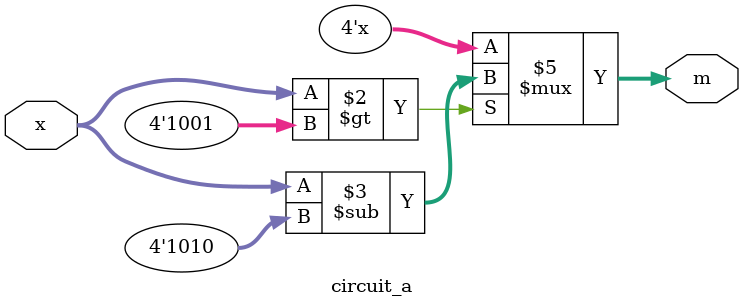
<source format=v>
module circuit_a (
						input [3:0] x,
						output reg [3:0] m);

		always @(*)
		begin
		if(x[3:0] > 4'b1001)
			m = x - 4'd10;
		end
		
endmodule
</source>
